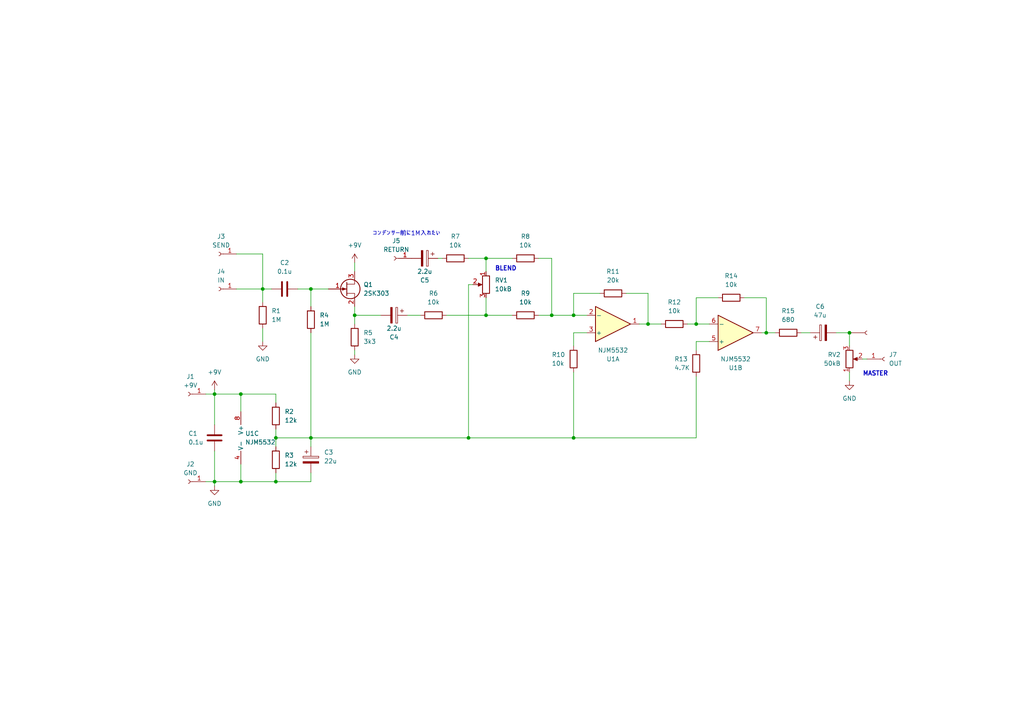
<source format=kicad_sch>
(kicad_sch (version 20211123) (generator eeschema)
  (paper "A4")
  (title_block (title "BLENDER V2.0") (date "2023-09-11") (rev "2.0") (company "ARAGI (101010.fun)"))
  (lib_symbols
    (symbol "Amplifier_Operational:NJM5532" (pin_names (offset 0.127))
      (property "Reference" "U" (at 0 5.08 0))
      (property "Value" "NJM5532" (at 0 -5.08 0))
      (symbol "NJM5532_1_1"
        (polyline (pts (xy -5.08 5.08) (xy 5.08 0) (xy -5.08 -5.08) (xy -5.08 5.08)) (stroke (width 0.254)) (fill (type background)))
        (pin output line (at 7.62 0 180) (length 2.54) (name "~") (number "1"))
        (pin input line (at -7.62 -2.54 0) (length 2.54) (name "-") (number "2"))
        (pin input line (at -7.62 2.54 0) (length 2.54) (name "+") (number "3"))
      )
      (symbol "NJM5532_2_1"
        (polyline (pts (xy -5.08 5.08) (xy 5.08 0) (xy -5.08 -5.08) (xy -5.08 5.08)) (stroke (width 0.254)) (fill (type background)))
        (pin input line (at -7.62 2.54 0) (length 2.54) (name "+") (number "5"))
        (pin input line (at -7.62 -2.54 0) (length 2.54) (name "-") (number "6"))
        (pin output line (at 7.62 0 180) (length 2.54) (name "~") (number "7"))
      )
      (symbol "NJM5532_3_1"
        (pin power_in line (at -2.54 -7.62 90) (length 3.81) (name "V-") (number "4"))
        (pin power_in line (at -2.54 7.62 270) (length 3.81) (name "V+") (number "8"))
      )
    )
    (symbol "Conn_01x01_Female_1" (pin_numbers hide) (pin_names (offset 1.016) hide)
      (property "Reference" "J" (at 0 2.54 0))
      (property "Value" "Conn_01x01_Female_1" (at 0 -2.54 0))
      (symbol "Conn_01x01_Female_1_1_1"
        (polyline (pts (xy -1.27 0) (xy -0.508 0)) (stroke (width 0.1524)))
        (arc (start 0 0.508) (mid -0.508 0) (end 0 -0.508) (stroke (width 0.1524)))
        (pin passive line (at -5.08 0 0) (length 3.81) (name "Pin_1") (number "1"))
      )
    )
    (symbol "Connector:Conn_01x01_Female" (pin_names (offset 1.016) hide)
      (property "Reference" "J" (at 0 2.54 0))
      (property "Value" "Conn_01x01_Female" (at 0 -2.54 0))
      (symbol "Conn_01x01_Female_1_1"
        (polyline (pts (xy -1.27 0) (xy -0.508 0)) (stroke (width 0.1524)))
        (arc (start 0 0.508) (mid -0.508 0) (end 0 -0.508) (stroke (width 0.1524)))
        (pin passive line (at -5.08 0 0) (length 3.81) (name "Pin_1") (number "1"))
      )
    )
    (symbol "Device:C" (pin_numbers hide) (pin_names (offset 0.254))
      (property "Reference" "C" (at 0.635 2.54 0))
      (property "Value" "C" (at 0.635 -2.54 0))
      (symbol "C_0_1"
        (polyline (pts (xy -2.032 -0.762) (xy 2.032 -0.762)) (stroke (width 0.508)))
        (polyline (pts (xy -2.032 0.762) (xy 2.032 0.762)) (stroke (width 0.508)))
      )
      (symbol "C_1_1"
        (pin passive line (at 0 3.81 270) (length 2.794) (name "~") (number "1"))
        (pin passive line (at 0 -3.81 90) (length 2.794) (name "~") (number "2"))
      )
    )
    (symbol "Device:C_Polarized" (pin_numbers hide) (pin_names (offset 0.254))
      (property "Reference" "C" (at 0.635 2.54 0))
      (property "Value" "C_Polarized" (at 0.635 -2.54 0))
      (symbol "C_Polarized_0_1"
        (rectangle (start -2.286 0.508) (end 2.286 1.016))
        (polyline (pts (xy -1.778 2.286) (xy -0.762 2.286)))
        (polyline (pts (xy -1.27 2.794) (xy -1.27 1.778)))
        (rectangle (start 2.286 -0.508) (end -2.286 -1.016) (fill (type outline)))
      )
      (symbol "C_Polarized_1_1"
        (pin passive line (at 0 3.81 270) (length 2.794) (name "~") (number "1"))
        (pin passive line (at 0 -3.81 90) (length 2.794) (name "~") (number "2"))
      )
    )
    (symbol "Device:Q_NJFET_GSD" (pin_names (offset 0) hide)
      (property "Reference" "Q" (at 5.08 1.27 0))
      (property "Value" "Q_NJFET_GSD" (at 5.08 -1.27 0))
      (symbol "Q_NJFET_GSD_0_1"
        (polyline (pts (xy 0.254 1.905) (xy 0.254 -1.905) (xy 0.254 -1.905)) (stroke (width 0.254)))
        (polyline (pts (xy 2.54 -2.54) (xy 2.54 -1.27) (xy 0.254 -1.27)))
        (polyline (pts (xy 2.54 2.54) (xy 2.54 1.397) (xy 0.254 1.397)))
        (polyline (pts (xy 0 0) (xy -1.016 0.381) (xy -1.016 -0.381) (xy 0 0)) (fill (type outline)))
        (circle (center 1.27 0) (radius 2.8194) (stroke (width 0.254)))
      )
      (symbol "Q_NJFET_GSD_1_1"
        (pin input line (at -5.08 0 0) (length 5.334) (name "G") (number "1"))
        (pin passive line (at 2.54 -5.08 90) (length 2.54) (name "S") (number "2"))
        (pin passive line (at 2.54 5.08 270) (length 2.54) (name "D") (number "3"))
      )
    )
    (symbol "Device:R" (pin_numbers hide) (pin_names (offset 0))
      (property "Reference" "R" (at 2.032 0 90))
      (property "Value" "R" (at 0 0 90))
      (symbol "R_0_1"
        (rectangle (start -1.016 -2.54) (end 1.016 2.54) (stroke (width 0.254)))
      )
      (symbol "R_1_1"
        (pin passive line (at 0 3.81 270) (length 1.27) (name "~") (number "1"))
        (pin passive line (at 0 -3.81 90) (length 1.27) (name "~") (number "2"))
      )
    )
    (symbol "Device:R_Potentiometer" (pin_names (offset 1.016) hide)
      (property "Reference" "RV" (at -4.445 0 90))
      (property "Value" "R_Potentiometer" (at -2.54 0 90))
      (symbol "R_Potentiometer_0_1"
        (polyline (pts (xy 2.54 0) (xy 1.524 0)))
        (polyline (pts (xy 1.143 0) (xy 2.286 0.508) (xy 2.286 -0.508) (xy 1.143 0)) (fill (type outline)))
        (rectangle (start 1.016 2.54) (end -1.016 -2.54) (stroke (width 0.254)))
      )
      (symbol "R_Potentiometer_1_1"
        (pin passive line (at 0 3.81 270) (length 1.27) (name "1") (number "1"))
        (pin passive line (at 3.81 0 180) (length 1.27) (name "2") (number "2"))
        (pin passive line (at 0 -3.81 90) (length 1.27) (name "3") (number "3"))
      )
    )
    (symbol "power:+9V" (power) (pin_names (offset 0))
      (property "Value" "+9V" (at 0 3.556 0))
      (symbol "+9V_0_1"
        (polyline (pts (xy -0.762 1.27) (xy 0 2.54)))
        (polyline (pts (xy 0 0) (xy 0 2.54)))
        (polyline (pts (xy 0 2.54) (xy 0.762 1.27)))
      )
      (symbol "+9V_1_1"
        (pin power_in line (at 0 0 90) (length 0) hide (name "+9V") (number "1"))
      )
    )
    (symbol "power:GND" (power) (pin_names (offset 0))
      (property "Value" "GND" (at 0 -3.81 0))
      (symbol "GND_0_1"
        (polyline (pts (xy 0 0) (xy 0 -1.27) (xy 1.27 -1.27) (xy 0 -2.54) (xy -1.27 -1.27) (xy 0 -1.27)))
      )
      (symbol "GND_1_1"
        (pin power_in line (at 0 0 270) (length 0) hide (name "GND") (number "1"))
      )
    )
  )
  (junction (at 69.85 139.7))
  (junction (at 166.37 91.44))
  (junction (at 80.01 139.7))
  (junction (at 102.87 91.44))
  (junction (at 187.96 93.98))
  (junction (at 90.17 83.82))
  (junction (at 90.17 127))
  (junction (at 246.38 96.52))
  (junction (at 140.97 91.44))
  (junction (at 140.97 74.93))
  (junction (at 166.37 127))
  (junction (at 62.23 139.7))
  (junction (at 201.93 93.98))
  (junction (at 160.02 91.44))
  (junction (at 62.23 114.3))
  (junction (at 80.01 127))
  (junction (at 76.2 83.82))
  (junction (at 69.85 114.3))
  (junction (at 222.25 96.52))
  (junction (at 135.89 127))
  (wire (pts (xy 166.37 91.44) (xy 170.18 91.44)))
  (wire (pts (xy 102.87 93.98) (xy 102.87 91.44)))
  (wire (pts (xy 242.57 96.52) (xy 246.38 96.52)))
  (wire (pts (xy 62.23 139.7) (xy 62.23 140.97)))
  (wire (pts (xy 156.21 74.93) (xy 160.02 74.93)))
  (wire (pts (xy 222.25 96.52) (xy 220.98 96.52)))
  (wire (pts (xy 127 74.93) (xy 128.27 74.93)))
  (wire (pts (xy 76.2 73.66) (xy 76.2 83.82)))
  (wire (pts (xy 166.37 127) (xy 166.37 107.95)))
  (wire (pts (xy 170.18 96.52) (xy 166.37 96.52)))
  (wire (pts (xy 80.01 127) (xy 90.17 127)))
  (wire (pts (xy 102.87 91.44) (xy 102.87 88.9)))
  (wire (pts (xy 62.23 114.3) (xy 62.23 123.19)))
  (wire (pts (xy 62.23 130.81) (xy 62.23 139.7)))
  (wire (pts (xy 80.01 139.7) (xy 90.17 139.7)))
  (wire (pts (xy 135.89 82.55) (xy 137.16 82.55)))
  (wire (pts (xy 69.85 134.62) (xy 69.85 139.7)))
  (wire (pts (xy 135.89 82.55) (xy 135.89 127)))
  (wire (pts (xy 80.01 114.3) (xy 80.01 116.84)))
  (wire (pts (xy 59.69 114.3) (xy 62.23 114.3)))
  (wire (pts (xy 187.96 85.09) (xy 181.61 85.09)))
  (wire (pts (xy 232.41 96.52) (xy 234.95 96.52)))
  (wire (pts (xy 222.25 96.52) (xy 224.79 96.52)))
  (wire (pts (xy 140.97 74.93) (xy 148.59 74.93)))
  (wire (pts (xy 59.69 139.7) (xy 62.23 139.7)))
  (wire (pts (xy 90.17 83.82) (xy 95.25 83.82)))
  (wire (pts (xy 90.17 137.16) (xy 90.17 139.7)))
  (wire (pts (xy 76.2 83.82) (xy 78.74 83.82)))
  (wire (pts (xy 222.25 86.36) (xy 222.25 96.52)))
  (wire (pts (xy 135.89 127) (xy 166.37 127)))
  (wire (pts (xy 80.01 124.46) (xy 80.01 127)))
  (wire (pts (xy 102.87 76.2) (xy 102.87 78.74)))
  (wire (pts (xy 118.11 91.44) (xy 121.92 91.44)))
  (wire (pts (xy 208.28 86.36) (xy 201.93 86.36)))
  (wire (pts (xy 140.97 74.93) (xy 140.97 78.74)))
  (wire (pts (xy 160.02 91.44) (xy 156.21 91.44)))
  (wire (pts (xy 166.37 127) (xy 201.93 127)))
  (wire (pts (xy 90.17 127) (xy 90.17 129.54)))
  (wire (pts (xy 62.23 114.3) (xy 69.85 114.3)))
  (wire (pts (xy 69.85 114.3) (xy 69.85 119.38)))
  (wire (pts (xy 76.2 83.82) (xy 76.2 87.63)))
  (wire (pts (xy 90.17 83.82) (xy 90.17 88.9)))
  (wire (pts (xy 69.85 114.3) (xy 80.01 114.3)))
  (wire (pts (xy 201.93 93.98) (xy 205.74 93.98)))
  (wire (pts (xy 215.9 86.36) (xy 222.25 86.36)))
  (wire (pts (xy 166.37 96.52) (xy 166.37 100.33)))
  (wire (pts (xy 80.01 127) (xy 80.01 129.54)))
  (wire (pts (xy 69.85 139.7) (xy 80.01 139.7)))
  (wire (pts (xy 129.54 91.44) (xy 140.97 91.44)))
  (wire (pts (xy 246.38 107.95) (xy 246.38 110.49)))
  (wire (pts (xy 90.17 127) (xy 135.89 127)))
  (wire (pts (xy 201.93 99.06) (xy 201.93 101.6)))
  (wire (pts (xy 68.58 83.82) (xy 76.2 83.82)))
  (wire (pts (xy 166.37 85.09) (xy 173.99 85.09)))
  (wire (pts (xy 140.97 91.44) (xy 148.59 91.44)))
  (wire (pts (xy 205.74 99.06) (xy 201.93 99.06)))
  (wire (pts (xy 62.23 113.03) (xy 62.23 114.3)))
  (wire (pts (xy 102.87 101.6) (xy 102.87 102.87)))
  (wire (pts (xy 250.19 104.14) (xy 251.46 104.14)))
  (wire (pts (xy 80.01 137.16) (xy 80.01 139.7)))
  (wire (pts (xy 102.87 91.44) (xy 110.49 91.44)))
  (wire (pts (xy 160.02 91.44) (xy 166.37 91.44)))
  (wire (pts (xy 68.58 73.66) (xy 76.2 73.66)))
  (wire (pts (xy 201.93 86.36) (xy 201.93 93.98)))
  (wire (pts (xy 135.89 74.93) (xy 140.97 74.93)))
  (wire (pts (xy 187.96 93.98) (xy 187.96 85.09)))
  (wire (pts (xy 140.97 91.44) (xy 140.97 86.36)))
  (wire (pts (xy 160.02 74.93) (xy 160.02 91.44)))
  (wire (pts (xy 86.36 83.82) (xy 90.17 83.82)))
  (wire (pts (xy 201.93 127) (xy 201.93 109.22)))
  (wire (pts (xy 246.38 96.52) (xy 246.38 100.33)))
  (wire (pts (xy 185.42 93.98) (xy 187.96 93.98)))
  (wire (pts (xy 90.17 96.52) (xy 90.17 127)))
  (wire (pts (xy 62.23 139.7) (xy 69.85 139.7)))
  (wire (pts (xy 76.2 95.25) (xy 76.2 99.06)))
  (wire (pts (xy 199.39 93.98) (xy 201.93 93.98)))
  (wire (pts (xy 187.96 93.98) (xy 191.77 93.98)))
  (wire (pts (xy 166.37 85.09) (xy 166.37 91.44)))
  (text "BLEND" (at 143.51 78.74 0) (effects (font (size 1.27 1.27) (thickness 0.254) bold) (justify left bottom)))
  (text "コンデンサー前に1M入れたい" (at 107.95 68.58 0) (effects (font (size 1.27 1.27)) (justify left bottom)))
  (text "MASTER" (at 250.19 109.22 0) (effects (font (size 1.27 1.27) (thickness 0.254) bold) (justify left bottom)))
  (symbol (lib_id "Device:C_Polarized") (at 90.17 133.35 0) (unit 1)
    (property "Reference" "C3" (at 93.98 131.1909 0) (effects (justify left)))
    (property "Value" "22u" (at 93.98 133.7309 0) (effects (justify left)))
    (property "Footprint" "My_Parts:CP_5mm" (effects hide))
  )
  (symbol (lib_id "power:+9V") (at 62.23 113.03 0) (unit 1)
    (property "Reference" "#PWR01" (effects hide))
    (property "Value" "+9V" (at 62.23 107.95 0))
  )
  (symbol (lib_id "Connector:Conn_01x01_Female") (at 63.5 83.82 180) (unit 1)
    (property "Reference" "J4" (at 64.135 78.74 0))
    (property "Value" "IN" (at 64.135 81.28 0))
    (property "Footprint" "My_Parts:Header_Pin_1p_Large" (effects hide))
  )
  (symbol (lib_id "Connector:Conn_01x01_Female") (at 63.5 73.66 180) (unit 1) (on_board no)
    (property "Reference" "J3" (at 64.135 68.58 0))
    (property "Value" "SEND" (at 64.135 71.12 0))
    (property "Footprint" "My_Parts:Header_Pin_1p_Large" (effects hide))
  )
  (symbol (lib_id "Device:R") (at 90.17 92.71 0) (unit 1)
    (property "Reference" "R4" (at 92.71 91.4399 0) (effects (justify left)))
    (property "Value" "1M" (at 92.71 93.9799 0) (effects (justify left)))
    (property "Footprint" "My_Parts:R_Normal" (effects hide))
  )
  (symbol (lib_id "Device:Q_NJFET_GSD") (at 100.33 83.82 0) (unit 1)
    (property "Reference" "Q1" (at 105.41 82.5499 0) (effects (justify left)))
    (property "Value" "2SK303" (at 105.41 85.0899 0) (effects (justify left)))
    (property "Footprint" "My_Parts:FET_GSD2" (effects hide))
  )
  (symbol (lib_id "Device:R_Potentiometer") (at 246.38 104.14 0) (mirror x) (unit 1) (on_board no)
    (property "Reference" "RV2" (at 243.84 102.8699 0) (effects (justify right)))
    (property "Value" "50kB" (at 243.84 105.4099 0) (effects (justify right)))
    (property "Footprint" "My_Parts:POT_ON_BOARD_REVERSE" (effects hide))
  )
  (symbol (lib_id "Connector:Conn_01x01_Female") (at 256.54 104.14 0) (unit 1) (on_board no)
    (property "Reference" "J7" (at 257.81 102.8699 0) (effects (justify left)))
    (property "Value" "OUT" (at 257.81 105.4099 0) (effects (justify left)))
    (property "Footprint" "My_Parts:Header_Pin_1p_Large" (effects hide))
  )
  (symbol (lib_id "Device:R") (at 125.73 91.44 90) (unit 1)
    (property "Reference" "R6" (at 125.73 85.09 90))
    (property "Value" "10k" (at 125.73 87.63 90))
    (property "Footprint" "My_Parts:R_Normal" (effects hide))
  )
  (symbol (lib_id "Device:C") (at 62.23 127 0) (unit 1)
    (property "Reference" "C1" (at 54.61 125.73 0) (effects (justify left)))
    (property "Value" "0.1u" (at 54.61 128.27 0) (effects (justify left)))
    (property "Footprint" "My_Parts:C_Poly_5mm" (effects hide))
  )
  (symbol (lib_id "Device:C") (at 82.55 83.82 90) (unit 1)
    (property "Reference" "C2" (at 82.55 76.2 90))
    (property "Value" "0.1u" (at 82.55 78.74 90))
    (property "Footprint" "My_Parts:C_Poly_8mm" (effects hide))
  )
  (symbol (lib_id "power:GND") (at 62.23 140.97 0) (unit 1)
    (property "Reference" "#PWR02" (effects hide))
    (property "Value" "GND" (at 62.23 146.05 0))
  )
  (symbol (lib_id "Device:R") (at 177.8 85.09 90) (unit 1)
    (property "Reference" "R11" (at 177.8 78.74 90))
    (property "Value" "20k" (at 177.8 81.28 90))
    (property "Footprint" "My_Parts:R_Normal" (effects hide))
  )
  (symbol (lib_name "Conn_01x01_Female_1") (lib_id "Connector:Conn_01x01_Female") (at 251.46 96.52 0) (unit 1)
    (property "Reference" "J6" (effects hide))
    (property "Value" "TO VOLUME POT" (effects hide))
    (property "Footprint" "My_Parts:Header_Pin_1p_Large" (effects hide))
  )
  (symbol (lib_id "Device:R") (at 212.09 86.36 90) (unit 1)
    (property "Reference" "R14" (at 212.09 80.01 90))
    (property "Value" "10k" (at 212.09 82.55 90))
    (property "Footprint" "My_Parts:R_Normal" (effects hide))
  )
  (symbol (lib_id "Device:R") (at 102.87 97.79 0) (unit 1)
    (property "Reference" "R5" (at 105.41 96.5199 0) (effects (justify left)))
    (property "Value" "3k3" (at 105.41 99.0599 0) (effects (justify left)))
    (property "Footprint" "My_Parts:R_Normal" (effects hide))
  )
  (symbol (lib_id "Device:R") (at 201.93 105.41 0) (unit 1)
    (property "Reference" "R13" (at 195.58 104.14 0) (effects (justify left)))
    (property "Value" "4.7K" (at 195.58 106.68 0) (effects (justify left)))
    (property "Footprint" "My_Parts:R_Normal" (effects hide))
  )
  (symbol (lib_id "Amplifier_Operational:NJM5532") (at 177.8 93.98 0) (mirror x) (unit 1)
    (property "Reference" "U1" (at 177.8 104.14 0))
    (property "Value" "NJM5532" (at 177.8 101.6 0))
    (property "Footprint" "My_Parts:DIP-8" (effects hide))
    (property "Datasheet" "http://www.njr.com/semicon/PDF/NJM5532_E.pdf" (effects hide))
  )
  (symbol (lib_id "Amplifier_Operational:NJM5532") (at 72.39 127 0) (unit 3)
    (property "Reference" "U1" (at 71.12 125.7299 0) (effects (justify left)))
    (property "Value" "NJM5532" (at 71.12 128.2699 0) (effects (justify left)))
    (property "Footprint" "My_Parts:DIP-8" (effects hide))
    (property "Datasheet" "http://www.njr.com/semicon/PDF/NJM5532_E.pdf" (effects hide))
  )
  (symbol (lib_id "Device:R") (at 195.58 93.98 90) (unit 1)
    (property "Reference" "R12" (at 195.58 87.63 90))
    (property "Value" "10k" (at 195.58 90.17 90))
    (property "Footprint" "My_Parts:R_Normal" (effects hide))
  )
  (symbol (lib_id "power:+9V") (at 102.87 76.2 0) (unit 1)
    (property "Reference" "#PWR04" (effects hide))
    (property "Value" "+9V" (at 102.87 71.12 0))
  )
  (symbol (lib_id "Device:R") (at 152.4 74.93 90) (unit 1)
    (property "Reference" "R8" (at 152.4 68.58 90))
    (property "Value" "10k" (at 152.4 71.12 90))
    (property "Footprint" "My_Parts:R_Normal" (effects hide))
  )
  (symbol (lib_id "Device:R") (at 152.4 91.44 90) (unit 1)
    (property "Reference" "R9" (at 152.4 85.09 90))
    (property "Value" "10k" (at 152.4 87.63 90))
    (property "Footprint" "My_Parts:R_Normal" (effects hide))
  )
  (symbol (lib_id "Device:R") (at 228.6 96.52 90) (unit 1)
    (property "Reference" "R15" (at 228.6 90.17 90))
    (property "Value" "680" (at 228.6 92.71 90))
    (property "Footprint" "My_Parts:R_Normal" (effects hide))
  )
  (symbol (lib_id "Device:R") (at 76.2 91.44 0) (unit 1)
    (property "Reference" "R1" (at 78.74 90.1699 0) (effects (justify left)))
    (property "Value" "1M" (at 78.74 92.7099 0) (effects (justify left)))
    (property "Footprint" "My_Parts:R_Normal" (effects hide))
  )
  (symbol (lib_id "Connector:Conn_01x01_Female") (at 114.3 74.93 180) (unit 1)
    (property "Reference" "J5" (at 114.935 69.85 0))
    (property "Value" "RETURN" (at 114.935 72.39 0))
    (property "Footprint" "My_Parts:Header_Pin_1p_Large" (effects hide))
  )
  (symbol (lib_id "Device:R") (at 80.01 133.35 0) (unit 1)
    (property "Reference" "R3" (at 82.55 132.0799 0) (effects (justify left)))
    (property "Value" "12k" (at 82.55 134.6199 0) (effects (justify left)))
    (property "Footprint" "My_Parts:R_Normal" (effects hide))
  )
  (symbol (lib_id "Amplifier_Operational:NJM5532") (at 213.36 96.52 0) (mirror x) (unit 2)
    (property "Reference" "U1" (at 213.36 106.68 0))
    (property "Value" "NJM5532" (at 213.36 104.14 0))
    (property "Footprint" "My_Parts:DIP-8" (effects hide))
    (property "Datasheet" "http://www.njr.com/semicon/PDF/NJM5532_E.pdf" (effects hide))
  )
  (symbol (lib_id "Device:C_Polarized") (at 238.76 96.52 90) (unit 1)
    (property "Reference" "C6" (at 237.871 88.9 90))
    (property "Value" "47u" (at 237.871 91.44 90))
    (property "Footprint" "My_Parts:CP_5mm" (effects hide))
  )
  (symbol (lib_id "Device:R") (at 166.37 104.14 180) (unit 1)
    (property "Reference" "R10" (at 160.02 102.87 0) (effects (justify right)))
    (property "Value" "10k" (at 160.02 105.41 0) (effects (justify right)))
    (property "Footprint" "My_Parts:R_Normal" (effects hide))
  )
  (symbol (lib_id "Device:R") (at 132.08 74.93 90) (unit 1)
    (property "Reference" "R7" (at 132.08 68.58 90))
    (property "Value" "10k" (at 132.08 71.12 90))
    (property "Footprint" "My_Parts:R_Normal" (effects hide))
  )
  (symbol (lib_id "power:GND") (at 246.38 110.49 0) (unit 1)
    (property "Reference" "#PWR06" (effects hide))
    (property "Value" "GND" (at 246.38 115.57 0))
  )
  (symbol (lib_id "power:GND") (at 102.87 102.87 0) (unit 1)
    (property "Reference" "#PWR05" (effects hide))
    (property "Value" "GND" (at 102.87 107.95 0))
  )
  (symbol (lib_id "Connector:Conn_01x01_Female") (at 54.61 139.7 180) (unit 1)
    (property "Reference" "J2" (at 55.245 134.62 0))
    (property "Value" "GND" (at 55.245 137.16 0))
    (property "Footprint" "My_Parts:Header_Pin_1p_Large" (effects hide))
  )
  (symbol (lib_id "Device:R") (at 80.01 120.65 0) (unit 1)
    (property "Reference" "R2" (at 82.55 119.3799 0) (effects (justify left)))
    (property "Value" "12k" (at 82.55 121.9199 0) (effects (justify left)))
    (property "Footprint" "My_Parts:R_Normal" (effects hide))
  )
  (symbol (lib_id "Device:C_Polarized") (at 123.19 74.93 270) (unit 1)
    (property "Reference" "C5" (at 123.19 81.28 90))
    (property "Value" "2.2u" (at 123.19 78.74 90))
    (property "Footprint" "My_Parts:CP_5mm" (effects hide))
  )
  (symbol (lib_id "Device:R_Potentiometer") (at 140.97 82.55 0) (mirror y) (unit 1)
    (property "Reference" "RV1" (at 143.51 81.2799 0) (effects (justify right)))
    (property "Value" "10kB" (at 143.51 83.8199 0) (effects (justify right)))
    (property "Footprint" "My_Parts:POT_ON_BOARD_REVERSE" (effects hide))
  )
  (symbol (lib_id "power:GND") (at 76.2 99.06 0) (unit 1)
    (property "Reference" "#PWR03" (effects hide))
    (property "Value" "GND" (at 76.2 104.14 0))
  )
  (symbol (lib_id "Device:C_Polarized") (at 114.3 91.44 270) (unit 1)
    (property "Reference" "C4" (at 114.3 97.79 90))
    (property "Value" "2.2u" (at 114.3 95.25 90))
    (property "Footprint" "My_Parts:CP_5mm" (effects hide))
  )
  (symbol (lib_id "Connector:Conn_01x01_Female") (at 54.61 114.3 180) (unit 1)
    (property "Reference" "J1" (at 55.245 109.22 0))
    (property "Value" "+9V" (at 55.245 111.76 0))
    (property "Footprint" "My_Parts:Header_Pin_1p_Large" (effects hide))
  )
)
</source>
